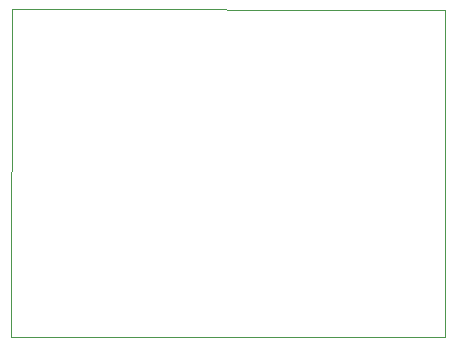
<source format=gbr>
%TF.GenerationSoftware,KiCad,Pcbnew,(5.99.0-8821-g31003c6e09)*%
%TF.CreationDate,2021-03-07T11:32:38-07:00*%
%TF.ProjectId,testPCB,74657374-5043-4422-9e6b-696361645f70,rev?*%
%TF.SameCoordinates,Original*%
%TF.FileFunction,Profile,NP*%
%FSLAX46Y46*%
G04 Gerber Fmt 4.6, Leading zero omitted, Abs format (unit mm)*
G04 Created by KiCad (PCBNEW (5.99.0-8821-g31003c6e09)) date 2021-03-07 11:32:38*
%MOMM*%
%LPD*%
G01*
G04 APERTURE LIST*
%TA.AperFunction,Profile*%
%ADD10C,0.050000*%
%TD*%
G04 APERTURE END LIST*
D10*
X-172085000Y-301929800D02*
X-172085000Y-329565000D01*
X-208813400Y-329641200D02*
X-208711800Y-301802800D01*
X-172085000Y-329565000D02*
X-208813400Y-329641200D01*
X-208762600Y-301802800D02*
X-172085000Y-301929800D01*
M02*

</source>
